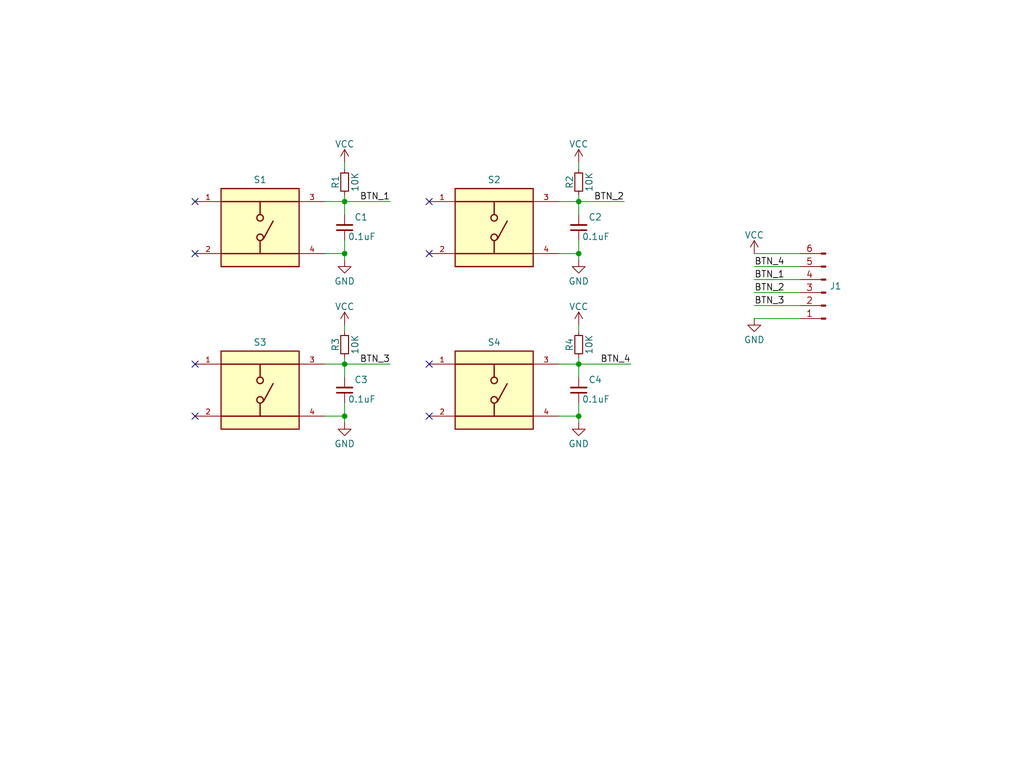
<source format=kicad_sch>
(kicad_sch
	(version 20231120)
	(generator "eeschema")
	(generator_version "8.0")
	(uuid "9178de21-374a-41d0-b4f9-025d575e017a")
	(paper "User" 200 150)
	(lib_symbols
		(symbol "Connector:Conn_01x06_Pin"
			(pin_names
				(offset 1.016) hide)
			(exclude_from_sim no)
			(in_bom yes)
			(on_board yes)
			(property "Reference" "J"
				(at 0 7.62 0)
				(effects
					(font
						(size 1.27 1.27)
					)
				)
			)
			(property "Value" "Conn_01x06_Pin"
				(at 0 -10.16 0)
				(effects
					(font
						(size 1.27 1.27)
					)
				)
			)
			(property "Footprint" ""
				(at 0 0 0)
				(effects
					(font
						(size 1.27 1.27)
					)
					(hide yes)
				)
			)
			(property "Datasheet" "~"
				(at 0 0 0)
				(effects
					(font
						(size 1.27 1.27)
					)
					(hide yes)
				)
			)
			(property "Description" "Generic connector, single row, 01x06, script generated"
				(at 0 0 0)
				(effects
					(font
						(size 1.27 1.27)
					)
					(hide yes)
				)
			)
			(property "ki_locked" ""
				(at 0 0 0)
				(effects
					(font
						(size 1.27 1.27)
					)
				)
			)
			(property "ki_keywords" "connector"
				(at 0 0 0)
				(effects
					(font
						(size 1.27 1.27)
					)
					(hide yes)
				)
			)
			(property "ki_fp_filters" "Connector*:*_1x??_*"
				(at 0 0 0)
				(effects
					(font
						(size 1.27 1.27)
					)
					(hide yes)
				)
			)
			(symbol "Conn_01x06_Pin_1_1"
				(polyline
					(pts
						(xy 1.27 -7.62) (xy 0.8636 -7.62)
					)
					(stroke
						(width 0.1524)
						(type default)
					)
					(fill
						(type none)
					)
				)
				(polyline
					(pts
						(xy 1.27 -5.08) (xy 0.8636 -5.08)
					)
					(stroke
						(width 0.1524)
						(type default)
					)
					(fill
						(type none)
					)
				)
				(polyline
					(pts
						(xy 1.27 -2.54) (xy 0.8636 -2.54)
					)
					(stroke
						(width 0.1524)
						(type default)
					)
					(fill
						(type none)
					)
				)
				(polyline
					(pts
						(xy 1.27 0) (xy 0.8636 0)
					)
					(stroke
						(width 0.1524)
						(type default)
					)
					(fill
						(type none)
					)
				)
				(polyline
					(pts
						(xy 1.27 2.54) (xy 0.8636 2.54)
					)
					(stroke
						(width 0.1524)
						(type default)
					)
					(fill
						(type none)
					)
				)
				(polyline
					(pts
						(xy 1.27 5.08) (xy 0.8636 5.08)
					)
					(stroke
						(width 0.1524)
						(type default)
					)
					(fill
						(type none)
					)
				)
				(rectangle
					(start 0.8636 -7.493)
					(end 0 -7.747)
					(stroke
						(width 0.1524)
						(type default)
					)
					(fill
						(type outline)
					)
				)
				(rectangle
					(start 0.8636 -4.953)
					(end 0 -5.207)
					(stroke
						(width 0.1524)
						(type default)
					)
					(fill
						(type outline)
					)
				)
				(rectangle
					(start 0.8636 -2.413)
					(end 0 -2.667)
					(stroke
						(width 0.1524)
						(type default)
					)
					(fill
						(type outline)
					)
				)
				(rectangle
					(start 0.8636 0.127)
					(end 0 -0.127)
					(stroke
						(width 0.1524)
						(type default)
					)
					(fill
						(type outline)
					)
				)
				(rectangle
					(start 0.8636 2.667)
					(end 0 2.413)
					(stroke
						(width 0.1524)
						(type default)
					)
					(fill
						(type outline)
					)
				)
				(rectangle
					(start 0.8636 5.207)
					(end 0 4.953)
					(stroke
						(width 0.1524)
						(type default)
					)
					(fill
						(type outline)
					)
				)
				(pin passive line
					(at 5.08 5.08 180)
					(length 3.81)
					(name "Pin_1"
						(effects
							(font
								(size 1.27 1.27)
							)
						)
					)
					(number "1"
						(effects
							(font
								(size 1.27 1.27)
							)
						)
					)
				)
				(pin passive line
					(at 5.08 2.54 180)
					(length 3.81)
					(name "Pin_2"
						(effects
							(font
								(size 1.27 1.27)
							)
						)
					)
					(number "2"
						(effects
							(font
								(size 1.27 1.27)
							)
						)
					)
				)
				(pin passive line
					(at 5.08 0 180)
					(length 3.81)
					(name "Pin_3"
						(effects
							(font
								(size 1.27 1.27)
							)
						)
					)
					(number "3"
						(effects
							(font
								(size 1.27 1.27)
							)
						)
					)
				)
				(pin passive line
					(at 5.08 -2.54 180)
					(length 3.81)
					(name "Pin_4"
						(effects
							(font
								(size 1.27 1.27)
							)
						)
					)
					(number "4"
						(effects
							(font
								(size 1.27 1.27)
							)
						)
					)
				)
				(pin passive line
					(at 5.08 -5.08 180)
					(length 3.81)
					(name "Pin_5"
						(effects
							(font
								(size 1.27 1.27)
							)
						)
					)
					(number "5"
						(effects
							(font
								(size 1.27 1.27)
							)
						)
					)
				)
				(pin passive line
					(at 5.08 -7.62 180)
					(length 3.81)
					(name "Pin_6"
						(effects
							(font
								(size 1.27 1.27)
							)
						)
					)
					(number "6"
						(effects
							(font
								(size 1.27 1.27)
							)
						)
					)
				)
			)
		)
		(symbol "Device:C_Small"
			(pin_numbers hide)
			(pin_names
				(offset 0.254) hide)
			(exclude_from_sim no)
			(in_bom yes)
			(on_board yes)
			(property "Reference" "C"
				(at 0.254 1.778 0)
				(effects
					(font
						(size 1.27 1.27)
					)
					(justify left)
				)
			)
			(property "Value" "C_Small"
				(at 0.254 -2.032 0)
				(effects
					(font
						(size 1.27 1.27)
					)
					(justify left)
				)
			)
			(property "Footprint" ""
				(at 0 0 0)
				(effects
					(font
						(size 1.27 1.27)
					)
					(hide yes)
				)
			)
			(property "Datasheet" "~"
				(at 0 0 0)
				(effects
					(font
						(size 1.27 1.27)
					)
					(hide yes)
				)
			)
			(property "Description" "Unpolarized capacitor, small symbol"
				(at 0 0 0)
				(effects
					(font
						(size 1.27 1.27)
					)
					(hide yes)
				)
			)
			(property "ki_keywords" "capacitor cap"
				(at 0 0 0)
				(effects
					(font
						(size 1.27 1.27)
					)
					(hide yes)
				)
			)
			(property "ki_fp_filters" "C_*"
				(at 0 0 0)
				(effects
					(font
						(size 1.27 1.27)
					)
					(hide yes)
				)
			)
			(symbol "C_Small_0_1"
				(polyline
					(pts
						(xy -1.524 -0.508) (xy 1.524 -0.508)
					)
					(stroke
						(width 0.3302)
						(type default)
					)
					(fill
						(type none)
					)
				)
				(polyline
					(pts
						(xy -1.524 0.508) (xy 1.524 0.508)
					)
					(stroke
						(width 0.3048)
						(type default)
					)
					(fill
						(type none)
					)
				)
			)
			(symbol "C_Small_1_1"
				(pin passive line
					(at 0 2.54 270)
					(length 2.032)
					(name "~"
						(effects
							(font
								(size 1.27 1.27)
							)
						)
					)
					(number "1"
						(effects
							(font
								(size 1.27 1.27)
							)
						)
					)
				)
				(pin passive line
					(at 0 -2.54 90)
					(length 2.032)
					(name "~"
						(effects
							(font
								(size 1.27 1.27)
							)
						)
					)
					(number "2"
						(effects
							(font
								(size 1.27 1.27)
							)
						)
					)
				)
			)
		)
		(symbol "Device:R_Small"
			(pin_numbers hide)
			(pin_names
				(offset 0.254) hide)
			(exclude_from_sim no)
			(in_bom yes)
			(on_board yes)
			(property "Reference" "R"
				(at 0.762 0.508 0)
				(effects
					(font
						(size 1.27 1.27)
					)
					(justify left)
				)
			)
			(property "Value" "R_Small"
				(at 0.762 -1.016 0)
				(effects
					(font
						(size 1.27 1.27)
					)
					(justify left)
				)
			)
			(property "Footprint" ""
				(at 0 0 0)
				(effects
					(font
						(size 1.27 1.27)
					)
					(hide yes)
				)
			)
			(property "Datasheet" "~"
				(at 0 0 0)
				(effects
					(font
						(size 1.27 1.27)
					)
					(hide yes)
				)
			)
			(property "Description" "Resistor, small symbol"
				(at 0 0 0)
				(effects
					(font
						(size 1.27 1.27)
					)
					(hide yes)
				)
			)
			(property "ki_keywords" "R resistor"
				(at 0 0 0)
				(effects
					(font
						(size 1.27 1.27)
					)
					(hide yes)
				)
			)
			(property "ki_fp_filters" "R_*"
				(at 0 0 0)
				(effects
					(font
						(size 1.27 1.27)
					)
					(hide yes)
				)
			)
			(symbol "R_Small_0_1"
				(rectangle
					(start -0.762 1.778)
					(end 0.762 -1.778)
					(stroke
						(width 0.2032)
						(type default)
					)
					(fill
						(type none)
					)
				)
			)
			(symbol "R_Small_1_1"
				(pin passive line
					(at 0 2.54 270)
					(length 0.762)
					(name "~"
						(effects
							(font
								(size 1.27 1.27)
							)
						)
					)
					(number "1"
						(effects
							(font
								(size 1.27 1.27)
							)
						)
					)
				)
				(pin passive line
					(at 0 -2.54 90)
					(length 0.762)
					(name "~"
						(effects
							(font
								(size 1.27 1.27)
							)
						)
					)
					(number "2"
						(effects
							(font
								(size 1.27 1.27)
							)
						)
					)
				)
			)
		)
		(symbol "TS04-66-95-BK-100-SMT:TS04-66-95-BK-100-SMT"
			(pin_names
				(offset 1.016)
			)
			(exclude_from_sim no)
			(in_bom yes)
			(on_board yes)
			(property "Reference" "S"
				(at -7.62 8.382 0)
				(effects
					(font
						(size 1.27 1.27)
					)
					(justify left bottom)
				)
			)
			(property "Value" "TS04-66-95-BK-100-SMT"
				(at -7.62 -8.382 0)
				(effects
					(font
						(size 1.27 1.27)
					)
					(justify left top)
				)
			)
			(property "Footprint" "TS04-66-95-BK-100-SMT:SW_TS04-66-95-BK-100-SMT"
				(at 0 0 0)
				(effects
					(font
						(size 1.27 1.27)
					)
					(justify bottom)
					(hide yes)
				)
			)
			(property "Datasheet" ""
				(at 0 0 0)
				(effects
					(font
						(size 1.27 1.27)
					)
					(hide yes)
				)
			)
			(property "Description" ""
				(at 0 0 0)
				(effects
					(font
						(size 1.27 1.27)
					)
					(hide yes)
				)
			)
			(property "MF" "CUI Devices"
				(at 0 0 0)
				(effects
					(font
						(size 1.27 1.27)
					)
					(justify bottom)
					(hide yes)
				)
			)
			(property "Description_1" "6 x 6 mm, 9.5 mm Actuator Height, 100 gf, Black, Surface Mount, SPST, Tactile Switch"
				(at 0 0 0)
				(effects
					(font
						(size 1.27 1.27)
					)
					(justify bottom)
					(hide yes)
				)
			)
			(property "Package" "None"
				(at 0 0 0)
				(effects
					(font
						(size 1.27 1.27)
					)
					(justify bottom)
					(hide yes)
				)
			)
			(property "Price" "None"
				(at 0 0 0)
				(effects
					(font
						(size 1.27 1.27)
					)
					(justify bottom)
					(hide yes)
				)
			)
			(property "Check_prices" "https://www.snapeda.com/parts/TS04-66-95-BK-100-SMT/CUI+Devices/view-part/?ref=eda"
				(at 0 0 0)
				(effects
					(font
						(size 1.27 1.27)
					)
					(justify bottom)
					(hide yes)
				)
			)
			(property "STANDARD" "Manufacturer Recommendations"
				(at 0 0 0)
				(effects
					(font
						(size 1.27 1.27)
					)
					(justify bottom)
					(hide yes)
				)
			)
			(property "PARTREV" "1.0"
				(at 0 0 0)
				(effects
					(font
						(size 1.27 1.27)
					)
					(justify bottom)
					(hide yes)
				)
			)
			(property "SnapEDA_Link" "https://www.snapeda.com/parts/TS04-66-95-BK-100-SMT/CUI+Devices/view-part/?ref=snap"
				(at 0 0 0)
				(effects
					(font
						(size 1.27 1.27)
					)
					(justify bottom)
					(hide yes)
				)
			)
			(property "MP" "TS04-66-95-BK-100-SMT"
				(at 0 0 0)
				(effects
					(font
						(size 1.27 1.27)
					)
					(justify bottom)
					(hide yes)
				)
			)
			(property "CUI_purchase_URL" "https://www.cuidevices.com/product/switches/tactile-switches/ts04-66-95-bk-100-smt?utm_source=snapeda.com&utm_medium=referral&utm_campaign=snapedaBOM"
				(at 0 0 0)
				(effects
					(font
						(size 1.27 1.27)
					)
					(justify bottom)
					(hide yes)
				)
			)
			(property "Availability" "In Stock"
				(at 0 0 0)
				(effects
					(font
						(size 1.27 1.27)
					)
					(justify bottom)
					(hide yes)
				)
			)
			(property "MANUFACTURER" "CUI Devices"
				(at 0 0 0)
				(effects
					(font
						(size 1.27 1.27)
					)
					(justify bottom)
					(hide yes)
				)
			)
			(symbol "TS04-66-95-BK-100-SMT_0_0"
				(rectangle
					(start -7.62 -7.62)
					(end 7.62 7.62)
					(stroke
						(width 0.254)
						(type default)
					)
					(fill
						(type background)
					)
				)
				(circle
					(center 0 -1.905)
					(radius 0.635)
					(stroke
						(width 0.254)
						(type default)
					)
					(fill
						(type none)
					)
				)
				(polyline
					(pts
						(xy 0 -5.08) (xy -7.62 -5.08)
					)
					(stroke
						(width 0.254)
						(type default)
					)
					(fill
						(type none)
					)
				)
				(polyline
					(pts
						(xy 0 -5.08) (xy 7.62 -5.08)
					)
					(stroke
						(width 0.254)
						(type default)
					)
					(fill
						(type none)
					)
				)
				(polyline
					(pts
						(xy 0 -2.54) (xy 0 -5.08)
					)
					(stroke
						(width 0.254)
						(type default)
					)
					(fill
						(type none)
					)
				)
				(polyline
					(pts
						(xy 0 5.08) (xy -7.62 5.08)
					)
					(stroke
						(width 0.254)
						(type default)
					)
					(fill
						(type none)
					)
				)
				(polyline
					(pts
						(xy 0 5.08) (xy 0 2.54)
					)
					(stroke
						(width 0.254)
						(type default)
					)
					(fill
						(type none)
					)
				)
				(polyline
					(pts
						(xy 0 5.08) (xy 7.62 5.08)
					)
					(stroke
						(width 0.254)
						(type default)
					)
					(fill
						(type none)
					)
				)
				(polyline
					(pts
						(xy 0.635 -2.2225) (xy 2.54 1.27)
					)
					(stroke
						(width 0.254)
						(type default)
					)
					(fill
						(type none)
					)
				)
				(circle
					(center 0 1.905)
					(radius 0.635)
					(stroke
						(width 0.254)
						(type default)
					)
					(fill
						(type none)
					)
				)
				(pin passive line
					(at -12.7 5.08 0)
					(length 5.08)
					(name "~"
						(effects
							(font
								(size 1.016 1.016)
							)
						)
					)
					(number "1"
						(effects
							(font
								(size 1.016 1.016)
							)
						)
					)
				)
				(pin passive line
					(at -12.7 -5.08 0)
					(length 5.08)
					(name "~"
						(effects
							(font
								(size 1.016 1.016)
							)
						)
					)
					(number "2"
						(effects
							(font
								(size 1.016 1.016)
							)
						)
					)
				)
				(pin passive line
					(at 12.7 5.08 180)
					(length 5.08)
					(name "~"
						(effects
							(font
								(size 1.016 1.016)
							)
						)
					)
					(number "3"
						(effects
							(font
								(size 1.016 1.016)
							)
						)
					)
				)
				(pin passive line
					(at 12.7 -5.08 180)
					(length 5.08)
					(name "~"
						(effects
							(font
								(size 1.016 1.016)
							)
						)
					)
					(number "4"
						(effects
							(font
								(size 1.016 1.016)
							)
						)
					)
				)
			)
		)
		(symbol "power:GND"
			(power)
			(pin_numbers hide)
			(pin_names
				(offset 0) hide)
			(exclude_from_sim no)
			(in_bom yes)
			(on_board yes)
			(property "Reference" "#PWR"
				(at 0 -6.35 0)
				(effects
					(font
						(size 1.27 1.27)
					)
					(hide yes)
				)
			)
			(property "Value" "GND"
				(at 0 -3.81 0)
				(effects
					(font
						(size 1.27 1.27)
					)
				)
			)
			(property "Footprint" ""
				(at 0 0 0)
				(effects
					(font
						(size 1.27 1.27)
					)
					(hide yes)
				)
			)
			(property "Datasheet" ""
				(at 0 0 0)
				(effects
					(font
						(size 1.27 1.27)
					)
					(hide yes)
				)
			)
			(property "Description" "Power symbol creates a global label with name \"GND\" , ground"
				(at 0 0 0)
				(effects
					(font
						(size 1.27 1.27)
					)
					(hide yes)
				)
			)
			(property "ki_keywords" "global power"
				(at 0 0 0)
				(effects
					(font
						(size 1.27 1.27)
					)
					(hide yes)
				)
			)
			(symbol "GND_0_1"
				(polyline
					(pts
						(xy 0 0) (xy 0 -1.27) (xy 1.27 -1.27) (xy 0 -2.54) (xy -1.27 -1.27) (xy 0 -1.27)
					)
					(stroke
						(width 0)
						(type default)
					)
					(fill
						(type none)
					)
				)
			)
			(symbol "GND_1_1"
				(pin power_in line
					(at 0 0 270)
					(length 0)
					(name "~"
						(effects
							(font
								(size 1.27 1.27)
							)
						)
					)
					(number "1"
						(effects
							(font
								(size 1.27 1.27)
							)
						)
					)
				)
			)
		)
		(symbol "power:VCC"
			(power)
			(pin_names
				(offset 0)
			)
			(exclude_from_sim no)
			(in_bom yes)
			(on_board yes)
			(property "Reference" "#PWR"
				(at 0 -3.81 0)
				(effects
					(font
						(size 1.27 1.27)
					)
					(hide yes)
				)
			)
			(property "Value" "VCC"
				(at 0 3.81 0)
				(effects
					(font
						(size 1.27 1.27)
					)
				)
			)
			(property "Footprint" ""
				(at 0 0 0)
				(effects
					(font
						(size 1.27 1.27)
					)
					(hide yes)
				)
			)
			(property "Datasheet" ""
				(at 0 0 0)
				(effects
					(font
						(size 1.27 1.27)
					)
					(hide yes)
				)
			)
			(property "Description" "Power symbol creates a global label with name \"VCC\""
				(at 0 0 0)
				(effects
					(font
						(size 1.27 1.27)
					)
					(hide yes)
				)
			)
			(property "ki_keywords" "power-flag"
				(at 0 0 0)
				(effects
					(font
						(size 1.27 1.27)
					)
					(hide yes)
				)
			)
			(symbol "VCC_0_1"
				(polyline
					(pts
						(xy -0.762 1.27) (xy 0 2.54)
					)
					(stroke
						(width 0)
						(type default)
					)
					(fill
						(type none)
					)
				)
				(polyline
					(pts
						(xy 0 0) (xy 0 2.54)
					)
					(stroke
						(width 0)
						(type default)
					)
					(fill
						(type none)
					)
				)
				(polyline
					(pts
						(xy 0 2.54) (xy 0.762 1.27)
					)
					(stroke
						(width 0)
						(type default)
					)
					(fill
						(type none)
					)
				)
			)
			(symbol "VCC_1_1"
				(pin power_in line
					(at 0 0 90)
					(length 0) hide
					(name "VCC"
						(effects
							(font
								(size 1.27 1.27)
							)
						)
					)
					(number "1"
						(effects
							(font
								(size 1.27 1.27)
							)
						)
					)
				)
			)
		)
	)
	(junction
		(at 113.03 49.53)
		(diameter 0)
		(color 0 0 0 0)
		(uuid "053b09d0-b518-4a98-b126-9ee442b1952f")
	)
	(junction
		(at 67.31 81.28)
		(diameter 0)
		(color 0 0 0 0)
		(uuid "310490c3-92dd-4d5a-a8f6-453cafdc915d")
	)
	(junction
		(at 113.03 39.37)
		(diameter 0)
		(color 0 0 0 0)
		(uuid "69c5eeca-19bf-431b-8336-30b7d9a7b180")
	)
	(junction
		(at 113.03 71.12)
		(diameter 0)
		(color 0 0 0 0)
		(uuid "97314614-2002-49f9-b660-e9f2872395a7")
	)
	(junction
		(at 67.31 71.12)
		(diameter 0)
		(color 0 0 0 0)
		(uuid "9f380ae0-4f81-48d9-bd0c-61f2864bf41f")
	)
	(junction
		(at 67.31 49.53)
		(diameter 0)
		(color 0 0 0 0)
		(uuid "a91585c2-cc3a-42e8-87dc-b3d0f5db6d43")
	)
	(junction
		(at 67.31 39.37)
		(diameter 0)
		(color 0 0 0 0)
		(uuid "bdec057a-56b5-4617-851b-cc0fcfaf1110")
	)
	(junction
		(at 113.03 81.28)
		(diameter 0)
		(color 0 0 0 0)
		(uuid "f5f06fa3-e1ab-43cc-846a-b579c67cd503")
	)
	(no_connect
		(at 38.1 39.37)
		(uuid "174eafa5-03fa-474e-aa29-e6b468f026ee")
	)
	(no_connect
		(at 38.1 49.53)
		(uuid "697e1067-61ec-4f0a-9467-0af1ad0d839d")
	)
	(no_connect
		(at 83.82 71.12)
		(uuid "8ea9ea00-752c-4f31-8278-819582842977")
	)
	(no_connect
		(at 83.82 81.28)
		(uuid "aea1c620-0cf2-413c-9179-ce9c411b91fc")
	)
	(no_connect
		(at 38.1 81.28)
		(uuid "bfed48fb-d8ee-4cc8-8106-645b6ca0861f")
	)
	(no_connect
		(at 83.82 49.53)
		(uuid "c0099bee-5490-4bb2-acda-566c5eac4dce")
	)
	(no_connect
		(at 38.1 71.12)
		(uuid "ddf3d0d8-e914-4c6d-bca3-7eebb6d622f0")
	)
	(no_connect
		(at 83.82 39.37)
		(uuid "e58f36b6-b73c-4906-af3d-1ea340ff5884")
	)
	(wire
		(pts
			(xy 113.03 81.28) (xy 109.22 81.28)
		)
		(stroke
			(width 0)
			(type default)
		)
		(uuid "096ebc9f-02b3-4dc1-b284-3c02e0ae2dc5")
	)
	(wire
		(pts
			(xy 147.32 49.53) (xy 156.21 49.53)
		)
		(stroke
			(width 0)
			(type default)
		)
		(uuid "296c1baa-aeb0-4e7c-bbf6-66c7dfd0a8dd")
	)
	(wire
		(pts
			(xy 113.03 71.12) (xy 123.19 71.12)
		)
		(stroke
			(width 0)
			(type default)
		)
		(uuid "2b8f521c-28d9-4bcc-a386-5bc3d2f38fe2")
	)
	(wire
		(pts
			(xy 147.32 59.69) (xy 156.21 59.69)
		)
		(stroke
			(width 0)
			(type default)
		)
		(uuid "301455f8-8569-425e-87a8-f84f0ca336cb")
	)
	(wire
		(pts
			(xy 67.31 82.55) (xy 67.31 81.28)
		)
		(stroke
			(width 0)
			(type default)
		)
		(uuid "333d7a63-54cc-4082-b377-e07b70665c6a")
	)
	(wire
		(pts
			(xy 147.32 57.15) (xy 156.21 57.15)
		)
		(stroke
			(width 0)
			(type default)
		)
		(uuid "3c7cce62-578b-4411-ba80-68d9bc9f3b58")
	)
	(wire
		(pts
			(xy 113.03 82.55) (xy 113.03 81.28)
		)
		(stroke
			(width 0)
			(type default)
		)
		(uuid "5a141c1f-b3e2-4809-b071-f0ad67058549")
	)
	(wire
		(pts
			(xy 67.31 38.1) (xy 67.31 39.37)
		)
		(stroke
			(width 0)
			(type default)
		)
		(uuid "638bbcbd-3093-4d9d-a61c-8442e7aeb3fe")
	)
	(wire
		(pts
			(xy 67.31 49.53) (xy 63.5 49.53)
		)
		(stroke
			(width 0)
			(type default)
		)
		(uuid "777ca625-37fb-496a-90f4-f8844d2294ca")
	)
	(wire
		(pts
			(xy 67.31 69.85) (xy 67.31 71.12)
		)
		(stroke
			(width 0)
			(type default)
		)
		(uuid "78ff6790-d375-4fbe-baef-bef2876a4751")
	)
	(wire
		(pts
			(xy 63.5 39.37) (xy 67.31 39.37)
		)
		(stroke
			(width 0)
			(type default)
		)
		(uuid "793148cf-34bc-4116-b4a2-ff27b525c597")
	)
	(wire
		(pts
			(xy 113.03 63.5) (xy 113.03 64.77)
		)
		(stroke
			(width 0)
			(type default)
		)
		(uuid "7b75c124-7ddd-47cb-b471-996ff6d1d6f7")
	)
	(wire
		(pts
			(xy 113.03 49.53) (xy 109.22 49.53)
		)
		(stroke
			(width 0)
			(type default)
		)
		(uuid "7c435112-3480-499b-b0b6-132a3ece82ac")
	)
	(wire
		(pts
			(xy 113.03 39.37) (xy 121.92 39.37)
		)
		(stroke
			(width 0)
			(type default)
		)
		(uuid "8cdb4710-ae81-47e7-8148-b3ae10b39157")
	)
	(wire
		(pts
			(xy 113.03 78.74) (xy 113.03 81.28)
		)
		(stroke
			(width 0)
			(type default)
		)
		(uuid "9b0541dd-9f98-4f4d-86ab-3389dc0e603c")
	)
	(wire
		(pts
			(xy 67.31 50.8) (xy 67.31 49.53)
		)
		(stroke
			(width 0)
			(type default)
		)
		(uuid "a484834b-5da1-4044-9eb4-c5ce78927f6e")
	)
	(wire
		(pts
			(xy 67.31 39.37) (xy 76.2 39.37)
		)
		(stroke
			(width 0)
			(type default)
		)
		(uuid "a5bf65bc-5e87-4668-ad7b-7efe02e4b4d0")
	)
	(wire
		(pts
			(xy 67.31 39.37) (xy 67.31 41.91)
		)
		(stroke
			(width 0)
			(type default)
		)
		(uuid "a632d38c-803a-4069-a40c-49364e3f176a")
	)
	(wire
		(pts
			(xy 113.03 38.1) (xy 113.03 39.37)
		)
		(stroke
			(width 0)
			(type default)
		)
		(uuid "aa7215f0-5e50-4268-9442-023caea9cbcc")
	)
	(wire
		(pts
			(xy 113.03 46.99) (xy 113.03 49.53)
		)
		(stroke
			(width 0)
			(type default)
		)
		(uuid "b5884182-6ec6-4bec-a3f4-b0c1c8b34700")
	)
	(wire
		(pts
			(xy 113.03 39.37) (xy 113.03 41.91)
		)
		(stroke
			(width 0)
			(type default)
		)
		(uuid "ba6e564d-b32e-4a68-9f05-5f9d6feaa115")
	)
	(wire
		(pts
			(xy 147.32 54.61) (xy 156.21 54.61)
		)
		(stroke
			(width 0)
			(type default)
		)
		(uuid "c126be16-ddc8-45fb-983a-1f31e00d9dd0")
	)
	(wire
		(pts
			(xy 113.03 31.75) (xy 113.03 33.02)
		)
		(stroke
			(width 0)
			(type default)
		)
		(uuid "c411e42e-9f28-42e7-94d7-2140c2b11f45")
	)
	(wire
		(pts
			(xy 147.32 62.23) (xy 156.21 62.23)
		)
		(stroke
			(width 0)
			(type default)
		)
		(uuid "ca55dfb4-8e43-4396-9440-ba1d154de60c")
	)
	(wire
		(pts
			(xy 109.22 71.12) (xy 113.03 71.12)
		)
		(stroke
			(width 0)
			(type default)
		)
		(uuid "cb1d8ab5-657f-484d-9d9c-ebd5b0ca8767")
	)
	(wire
		(pts
			(xy 67.31 81.28) (xy 63.5 81.28)
		)
		(stroke
			(width 0)
			(type default)
		)
		(uuid "cc25de0b-eb1d-47fd-bdcc-b4ca80876b8f")
	)
	(wire
		(pts
			(xy 147.32 52.07) (xy 156.21 52.07)
		)
		(stroke
			(width 0)
			(type default)
		)
		(uuid "d1bbbad3-cc11-413b-bb03-0092306b7a3e")
	)
	(wire
		(pts
			(xy 67.31 71.12) (xy 76.2 71.12)
		)
		(stroke
			(width 0)
			(type default)
		)
		(uuid "d387ae5d-cd5e-40dd-9fcf-5286eb5e0705")
	)
	(wire
		(pts
			(xy 63.5 71.12) (xy 67.31 71.12)
		)
		(stroke
			(width 0)
			(type default)
		)
		(uuid "ddc711aa-5069-4847-b305-ac242e0144d1")
	)
	(wire
		(pts
			(xy 113.03 71.12) (xy 113.03 73.66)
		)
		(stroke
			(width 0)
			(type default)
		)
		(uuid "e02d9ed9-83f0-4df6-b2fe-ecc7e6e119f3")
	)
	(wire
		(pts
			(xy 113.03 69.85) (xy 113.03 71.12)
		)
		(stroke
			(width 0)
			(type default)
		)
		(uuid "e552c0d6-0407-46e2-8dd9-e305c8592906")
	)
	(wire
		(pts
			(xy 109.22 39.37) (xy 113.03 39.37)
		)
		(stroke
			(width 0)
			(type default)
		)
		(uuid "e749ae4d-5112-45d6-a129-5a393eb99e84")
	)
	(wire
		(pts
			(xy 67.31 31.75) (xy 67.31 33.02)
		)
		(stroke
			(width 0)
			(type default)
		)
		(uuid "ee6574ca-bb0a-4a37-bb5d-97cbfa6beeb9")
	)
	(wire
		(pts
			(xy 113.03 50.8) (xy 113.03 49.53)
		)
		(stroke
			(width 0)
			(type default)
		)
		(uuid "f1dead09-ea7b-4941-b67b-8b7c7463b19d")
	)
	(wire
		(pts
			(xy 67.31 78.74) (xy 67.31 81.28)
		)
		(stroke
			(width 0)
			(type default)
		)
		(uuid "f52aabf7-a4d9-45c5-9e59-a5bb996fffff")
	)
	(wire
		(pts
			(xy 67.31 46.99) (xy 67.31 49.53)
		)
		(stroke
			(width 0)
			(type default)
		)
		(uuid "f9d5bf33-70b9-453d-8f49-a1b2e9a5908c")
	)
	(wire
		(pts
			(xy 67.31 63.5) (xy 67.31 64.77)
		)
		(stroke
			(width 0)
			(type default)
		)
		(uuid "fdd34889-d3bc-438d-b37a-29952f421a0f")
	)
	(wire
		(pts
			(xy 67.31 71.12) (xy 67.31 73.66)
		)
		(stroke
			(width 0)
			(type default)
		)
		(uuid "ff5f4e12-aa44-4e63-8a41-c4f396a839cf")
	)
	(label "BTN_2"
		(at 121.92 39.37 180)
		(fields_autoplaced yes)
		(effects
			(font
				(size 1.27 1.27)
			)
			(justify right bottom)
		)
		(uuid "13f40917-a9b9-4fa8-bc42-fa57704e4917")
	)
	(label "BTN_1"
		(at 76.2 39.37 180)
		(fields_autoplaced yes)
		(effects
			(font
				(size 1.27 1.27)
			)
			(justify right bottom)
		)
		(uuid "380c8bc0-f08c-4aa0-b049-7f591fa85637")
	)
	(label "BTN_2"
		(at 147.32 57.15 0)
		(fields_autoplaced yes)
		(effects
			(font
				(size 1.27 1.27)
			)
			(justify left bottom)
		)
		(uuid "640df412-8569-4282-aa12-e1641e851691")
	)
	(label "BTN_4"
		(at 123.19 71.12 180)
		(fields_autoplaced yes)
		(effects
			(font
				(size 1.27 1.27)
			)
			(justify right bottom)
		)
		(uuid "942b927c-c07d-461a-87f8-7b353392b4b9")
	)
	(label "BTN_3"
		(at 76.2 71.12 180)
		(fields_autoplaced yes)
		(effects
			(font
				(size 1.27 1.27)
			)
			(justify right bottom)
		)
		(uuid "b019ba37-aea1-4bbb-b35a-98ab9061e77b")
	)
	(label "BTN_4"
		(at 147.32 52.07 0)
		(fields_autoplaced yes)
		(effects
			(font
				(size 1.27 1.27)
			)
			(justify left bottom)
		)
		(uuid "c3a45943-5a38-4512-9791-6529c137796f")
	)
	(label "BTN_1"
		(at 147.32 54.61 0)
		(fields_autoplaced yes)
		(effects
			(font
				(size 1.27 1.27)
			)
			(justify left bottom)
		)
		(uuid "ca87d61c-1096-453b-ba9b-fdda0326b2a7")
	)
	(label "BTN_3"
		(at 147.32 59.69 0)
		(fields_autoplaced yes)
		(effects
			(font
				(size 1.27 1.27)
			)
			(justify left bottom)
		)
		(uuid "e1e19390-b069-4d6c-8d31-df2556f60cb0")
	)
	(symbol
		(lib_id "Device:R_Small")
		(at 67.31 67.31 180)
		(unit 1)
		(exclude_from_sim no)
		(in_bom yes)
		(on_board yes)
		(dnp no)
		(uuid "04d71455-d06c-4a4e-9738-a9f469869fd5")
		(property "Reference" "R3"
			(at 65.532 67.31 90)
			(effects
				(font
					(size 1.27 1.27)
				)
			)
		)
		(property "Value" "10K"
			(at 69.342 67.31 90)
			(effects
				(font
					(size 1.27 1.27)
				)
			)
		)
		(property "Footprint" "Resistor_SMD:R_0402_1005Metric_Pad0.72x0.64mm_HandSolder"
			(at 67.31 67.31 0)
			(effects
				(font
					(size 1.27 1.27)
				)
				(hide yes)
			)
		)
		(property "Datasheet" "~"
			(at 67.31 67.31 0)
			(effects
				(font
					(size 1.27 1.27)
				)
				(hide yes)
			)
		)
		(property "Description" ""
			(at 67.31 67.31 0)
			(effects
				(font
					(size 1.27 1.27)
				)
				(hide yes)
			)
		)
		(pin "1"
			(uuid "bdae8f23-5b36-4f2e-ad5c-fbea0bfd6ca4")
		)
		(pin "2"
			(uuid "b42b7f9a-61d1-4e65-81d1-8c0acd2feaf0")
		)
		(instances
			(project "btn"
				(path "/9178de21-374a-41d0-b4f9-025d575e017a"
					(reference "R3")
					(unit 1)
				)
			)
		)
	)
	(symbol
		(lib_id "Device:C_Small")
		(at 113.03 76.2 180)
		(unit 1)
		(exclude_from_sim no)
		(in_bom yes)
		(on_board yes)
		(dnp no)
		(uuid "08aaf556-0464-4f75-8226-caecac93a5cf")
		(property "Reference" "C4"
			(at 117.602 74.168 0)
			(effects
				(font
					(size 1.27 1.27)
				)
				(justify left)
			)
		)
		(property "Value" "0.1uF"
			(at 119.126 77.978 0)
			(effects
				(font
					(size 1.27 1.27)
				)
				(justify left)
			)
		)
		(property "Footprint" "Capacitor_SMD:C_0402_1005Metric_Pad0.74x0.62mm_HandSolder"
			(at 113.03 76.2 0)
			(effects
				(font
					(size 1.27 1.27)
				)
				(hide yes)
			)
		)
		(property "Datasheet" "~"
			(at 113.03 76.2 0)
			(effects
				(font
					(size 1.27 1.27)
				)
				(hide yes)
			)
		)
		(property "Description" ""
			(at 113.03 76.2 0)
			(effects
				(font
					(size 1.27 1.27)
				)
				(hide yes)
			)
		)
		(pin "1"
			(uuid "72cd03e4-5cd9-46b0-b114-dd992be8d4e9")
		)
		(pin "2"
			(uuid "2358ab17-0e46-4f7e-ae01-ece64d75a826")
		)
		(instances
			(project "btn"
				(path "/9178de21-374a-41d0-b4f9-025d575e017a"
					(reference "C4")
					(unit 1)
				)
			)
		)
	)
	(symbol
		(lib_id "Device:R_Small")
		(at 113.03 35.56 180)
		(unit 1)
		(exclude_from_sim no)
		(in_bom yes)
		(on_board yes)
		(dnp no)
		(uuid "0a57023f-e099-4b8d-8f0c-2bc556f557cb")
		(property "Reference" "R2"
			(at 111.252 35.56 90)
			(effects
				(font
					(size 1.27 1.27)
				)
			)
		)
		(property "Value" "10K"
			(at 115.062 35.56 90)
			(effects
				(font
					(size 1.27 1.27)
				)
			)
		)
		(property "Footprint" "Resistor_SMD:R_0402_1005Metric_Pad0.72x0.64mm_HandSolder"
			(at 113.03 35.56 0)
			(effects
				(font
					(size 1.27 1.27)
				)
				(hide yes)
			)
		)
		(property "Datasheet" "~"
			(at 113.03 35.56 0)
			(effects
				(font
					(size 1.27 1.27)
				)
				(hide yes)
			)
		)
		(property "Description" ""
			(at 113.03 35.56 0)
			(effects
				(font
					(size 1.27 1.27)
				)
				(hide yes)
			)
		)
		(pin "1"
			(uuid "30d3aca2-f006-4be3-b85e-68e8524adbc8")
		)
		(pin "2"
			(uuid "0c5f15b7-a2d9-4077-a7c5-498c663a7f6c")
		)
		(instances
			(project "btn"
				(path "/9178de21-374a-41d0-b4f9-025d575e017a"
					(reference "R2")
					(unit 1)
				)
			)
		)
	)
	(symbol
		(lib_id "TS04-66-95-BK-100-SMT:TS04-66-95-BK-100-SMT")
		(at 96.52 76.2 0)
		(unit 1)
		(exclude_from_sim no)
		(in_bom yes)
		(on_board yes)
		(dnp no)
		(fields_autoplaced yes)
		(uuid "0e31b968-9c75-40a5-9d53-ab6aa5506225")
		(property "Reference" "S4"
			(at 96.52 66.8599 0)
			(effects
				(font
					(size 1.27 1.27)
				)
			)
		)
		(property "Value" "TS04-66-95-BK-100-SMT"
			(at 96.52 66.8598 0)
			(effects
				(font
					(size 1.27 1.27)
				)
				(hide yes)
			)
		)
		(property "Footprint" "Mylib:SW_TS04-66-95-BK-100-SMT"
			(at 96.52 76.2 0)
			(effects
				(font
					(size 1.27 1.27)
				)
				(justify bottom)
				(hide yes)
			)
		)
		(property "Datasheet" ""
			(at 96.52 76.2 0)
			(effects
				(font
					(size 1.27 1.27)
				)
				(hide yes)
			)
		)
		(property "Description" ""
			(at 96.52 76.2 0)
			(effects
				(font
					(size 1.27 1.27)
				)
				(hide yes)
			)
		)
		(property "MF" "CUI Devices"
			(at 96.52 76.2 0)
			(effects
				(font
					(size 1.27 1.27)
				)
				(justify bottom)
				(hide yes)
			)
		)
		(property "Description_1" "6 x 6 mm, 9.5 mm Actuator Height, 100 gf, Black, Surface Mount, SPST, Tactile Switch"
			(at 96.52 76.2 0)
			(effects
				(font
					(size 1.27 1.27)
				)
				(justify bottom)
				(hide yes)
			)
		)
		(property "Package" "None"
			(at 96.52 76.2 0)
			(effects
				(font
					(size 1.27 1.27)
				)
				(justify bottom)
				(hide yes)
			)
		)
		(property "Price" "None"
			(at 96.52 76.2 0)
			(effects
				(font
					(size 1.27 1.27)
				)
				(justify bottom)
				(hide yes)
			)
		)
		(property "Check_prices" "https://www.snapeda.com/parts/TS04-66-95-BK-100-SMT/CUI+Devices/view-part/?ref=eda"
			(at 96.52 76.2 0)
			(effects
				(font
					(size 1.27 1.27)
				)
				(justify bottom)
				(hide yes)
			)
		)
		(property "STANDARD" "Manufacturer Recommendations"
			(at 96.52 76.2 0)
			(effects
				(font
					(size 1.27 1.27)
				)
				(justify bottom)
				(hide yes)
			)
		)
		(property "PARTREV" "1.0"
			(at 96.52 76.2 0)
			(effects
				(font
					(size 1.27 1.27)
				)
				(justify bottom)
				(hide yes)
			)
		)
		(property "SnapEDA_Link" "https://www.snapeda.com/parts/TS04-66-95-BK-100-SMT/CUI+Devices/view-part/?ref=snap"
			(at 96.52 76.2 0)
			(effects
				(font
					(size 1.27 1.27)
				)
				(justify bottom)
				(hide yes)
			)
		)
		(property "MP" "TS04-66-95-BK-100-SMT"
			(at 96.52 76.2 0)
			(effects
				(font
					(size 1.27 1.27)
				)
				(justify bottom)
				(hide yes)
			)
		)
		(property "CUI_purchase_URL" "https://www.cuidevices.com/product/switches/tactile-switches/ts04-66-95-bk-100-smt?utm_source=snapeda.com&utm_medium=referral&utm_campaign=snapedaBOM"
			(at 96.52 76.2 0)
			(effects
				(font
					(size 1.27 1.27)
				)
				(justify bottom)
				(hide yes)
			)
		)
		(property "Availability" "In Stock"
			(at 96.52 76.2 0)
			(effects
				(font
					(size 1.27 1.27)
				)
				(justify bottom)
				(hide yes)
			)
		)
		(property "MANUFACTURER" "CUI Devices"
			(at 96.52 76.2 0)
			(effects
				(font
					(size 1.27 1.27)
				)
				(justify bottom)
				(hide yes)
			)
		)
		(pin "2"
			(uuid "0e803ff3-c570-4283-8c70-9cd79b125411")
		)
		(pin "1"
			(uuid "a33d2842-2f9c-4628-8e45-ae7a88d44b91")
		)
		(pin "3"
			(uuid "bcfe01f4-c6a0-4063-820b-e0bd791de7a0")
		)
		(pin "4"
			(uuid "73b35986-1ac4-4827-b7af-810e9fbc463b")
		)
		(instances
			(project "btn"
				(path "/9178de21-374a-41d0-b4f9-025d575e017a"
					(reference "S4")
					(unit 1)
				)
			)
		)
	)
	(symbol
		(lib_id "TS04-66-95-BK-100-SMT:TS04-66-95-BK-100-SMT")
		(at 96.52 44.45 0)
		(unit 1)
		(exclude_from_sim no)
		(in_bom yes)
		(on_board yes)
		(dnp no)
		(fields_autoplaced yes)
		(uuid "111d89e3-f1e6-48f8-b027-cb92131c9013")
		(property "Reference" "S2"
			(at 96.52 35.1099 0)
			(effects
				(font
					(size 1.27 1.27)
				)
			)
		)
		(property "Value" "TS04-66-95-BK-100-SMT"
			(at 96.52 35.1098 0)
			(effects
				(font
					(size 1.27 1.27)
				)
				(hide yes)
			)
		)
		(property "Footprint" "Mylib:SW_TS04-66-95-BK-100-SMT"
			(at 96.52 44.45 0)
			(effects
				(font
					(size 1.27 1.27)
				)
				(justify bottom)
				(hide yes)
			)
		)
		(property "Datasheet" ""
			(at 96.52 44.45 0)
			(effects
				(font
					(size 1.27 1.27)
				)
				(hide yes)
			)
		)
		(property "Description" ""
			(at 96.52 44.45 0)
			(effects
				(font
					(size 1.27 1.27)
				)
				(hide yes)
			)
		)
		(property "MF" "CUI Devices"
			(at 96.52 44.45 0)
			(effects
				(font
					(size 1.27 1.27)
				)
				(justify bottom)
				(hide yes)
			)
		)
		(property "Description_1" "6 x 6 mm, 9.5 mm Actuator Height, 100 gf, Black, Surface Mount, SPST, Tactile Switch"
			(at 96.52 44.45 0)
			(effects
				(font
					(size 1.27 1.27)
				)
				(justify bottom)
				(hide yes)
			)
		)
		(property "Package" "None"
			(at 96.52 44.45 0)
			(effects
				(font
					(size 1.27 1.27)
				)
				(justify bottom)
				(hide yes)
			)
		)
		(property "Price" "None"
			(at 96.52 44.45 0)
			(effects
				(font
					(size 1.27 1.27)
				)
				(justify bottom)
				(hide yes)
			)
		)
		(property "Check_prices" "https://www.snapeda.com/parts/TS04-66-95-BK-100-SMT/CUI+Devices/view-part/?ref=eda"
			(at 96.52 44.45 0)
			(effects
				(font
					(size 1.27 1.27)
				)
				(justify bottom)
				(hide yes)
			)
		)
		(property "STANDARD" "Manufacturer Recommendations"
			(at 96.52 44.45 0)
			(effects
				(font
					(size 1.27 1.27)
				)
				(justify bottom)
				(hide yes)
			)
		)
		(property "PARTREV" "1.0"
			(at 96.52 44.45 0)
			(effects
				(font
					(size 1.27 1.27)
				)
				(justify bottom)
				(hide yes)
			)
		)
		(property "SnapEDA_Link" "https://www.snapeda.com/parts/TS04-66-95-BK-100-SMT/CUI+Devices/view-part/?ref=snap"
			(at 96.52 44.45 0)
			(effects
				(font
					(size 1.27 1.27)
				)
				(justify bottom)
				(hide yes)
			)
		)
		(property "MP" "TS04-66-95-BK-100-SMT"
			(at 96.52 44.45 0)
			(effects
				(font
					(size 1.27 1.27)
				)
				(justify bottom)
				(hide yes)
			)
		)
		(property "CUI_purchase_URL" "https://www.cuidevices.com/product/switches/tactile-switches/ts04-66-95-bk-100-smt?utm_source=snapeda.com&utm_medium=referral&utm_campaign=snapedaBOM"
			(at 96.52 44.45 0)
			(effects
				(font
					(size 1.27 1.27)
				)
				(justify bottom)
				(hide yes)
			)
		)
		(property "Availability" "In Stock"
			(at 96.52 44.45 0)
			(effects
				(font
					(size 1.27 1.27)
				)
				(justify bottom)
				(hide yes)
			)
		)
		(property "MANUFACTURER" "CUI Devices"
			(at 96.52 44.45 0)
			(effects
				(font
					(size 1.27 1.27)
				)
				(justify bottom)
				(hide yes)
			)
		)
		(pin "2"
			(uuid "ebbf697a-742f-4cb2-82f5-3aae80e74f2e")
		)
		(pin "1"
			(uuid "8bf2a1e8-57dd-4381-8da3-d15e96464782")
		)
		(pin "3"
			(uuid "a0a17c39-2cbd-4dc3-a6b9-ce8612848a76")
		)
		(pin "4"
			(uuid "b7802cf8-af01-4562-a7ef-ebe68f66b9f4")
		)
		(instances
			(project "btn"
				(path "/9178de21-374a-41d0-b4f9-025d575e017a"
					(reference "S2")
					(unit 1)
				)
			)
		)
	)
	(symbol
		(lib_id "Device:R_Small")
		(at 67.31 35.56 180)
		(unit 1)
		(exclude_from_sim no)
		(in_bom yes)
		(on_board yes)
		(dnp no)
		(uuid "1230e21d-246f-4fcc-887c-640651801443")
		(property "Reference" "R1"
			(at 65.532 35.56 90)
			(effects
				(font
					(size 1.27 1.27)
				)
			)
		)
		(property "Value" "10K"
			(at 69.342 35.56 90)
			(effects
				(font
					(size 1.27 1.27)
				)
			)
		)
		(property "Footprint" "Resistor_SMD:R_0402_1005Metric_Pad0.72x0.64mm_HandSolder"
			(at 67.31 35.56 0)
			(effects
				(font
					(size 1.27 1.27)
				)
				(hide yes)
			)
		)
		(property "Datasheet" "~"
			(at 67.31 35.56 0)
			(effects
				(font
					(size 1.27 1.27)
				)
				(hide yes)
			)
		)
		(property "Description" ""
			(at 67.31 35.56 0)
			(effects
				(font
					(size 1.27 1.27)
				)
				(hide yes)
			)
		)
		(pin "1"
			(uuid "08c8b802-0aba-40e4-aae5-17860aec61d8")
		)
		(pin "2"
			(uuid "5edef07c-c36a-4087-8d3d-c956d2cb4b0b")
		)
		(instances
			(project "btn"
				(path "/9178de21-374a-41d0-b4f9-025d575e017a"
					(reference "R1")
					(unit 1)
				)
			)
		)
	)
	(symbol
		(lib_id "power:GND")
		(at 147.32 62.23 0)
		(unit 1)
		(exclude_from_sim no)
		(in_bom yes)
		(on_board yes)
		(dnp no)
		(fields_autoplaced yes)
		(uuid "3082d559-ea14-43c0-a779-0f1332e16eef")
		(property "Reference" "#PWR09"
			(at 147.32 68.58 0)
			(effects
				(font
					(size 1.27 1.27)
				)
				(hide yes)
			)
		)
		(property "Value" "GND"
			(at 147.32 66.3631 0)
			(effects
				(font
					(size 1.27 1.27)
				)
			)
		)
		(property "Footprint" ""
			(at 147.32 62.23 0)
			(effects
				(font
					(size 1.27 1.27)
				)
				(hide yes)
			)
		)
		(property "Datasheet" ""
			(at 147.32 62.23 0)
			(effects
				(font
					(size 1.27 1.27)
				)
				(hide yes)
			)
		)
		(property "Description" "Power symbol creates a global label with name \"GND\" , ground"
			(at 147.32 62.23 0)
			(effects
				(font
					(size 1.27 1.27)
				)
				(hide yes)
			)
		)
		(pin "1"
			(uuid "4d05ef60-b51a-49f2-8f8a-2eee8abfb3bb")
		)
		(instances
			(project "btn"
				(path "/9178de21-374a-41d0-b4f9-025d575e017a"
					(reference "#PWR09")
					(unit 1)
				)
			)
		)
	)
	(symbol
		(lib_id "power:GND")
		(at 67.31 50.8 0)
		(unit 1)
		(exclude_from_sim no)
		(in_bom yes)
		(on_board yes)
		(dnp no)
		(fields_autoplaced yes)
		(uuid "3d832f71-a4f8-48c3-8469-ccbc3bbb4332")
		(property "Reference" "#PWR01"
			(at 67.31 57.15 0)
			(effects
				(font
					(size 1.27 1.27)
				)
				(hide yes)
			)
		)
		(property "Value" "GND"
			(at 67.31 54.9331 0)
			(effects
				(font
					(size 1.27 1.27)
				)
			)
		)
		(property "Footprint" ""
			(at 67.31 50.8 0)
			(effects
				(font
					(size 1.27 1.27)
				)
				(hide yes)
			)
		)
		(property "Datasheet" ""
			(at 67.31 50.8 0)
			(effects
				(font
					(size 1.27 1.27)
				)
				(hide yes)
			)
		)
		(property "Description" "Power symbol creates a global label with name \"GND\" , ground"
			(at 67.31 50.8 0)
			(effects
				(font
					(size 1.27 1.27)
				)
				(hide yes)
			)
		)
		(pin "1"
			(uuid "fafbd8f6-fe94-4e27-b7a4-83a3a0cf13e2")
		)
		(instances
			(project "btn"
				(path "/9178de21-374a-41d0-b4f9-025d575e017a"
					(reference "#PWR01")
					(unit 1)
				)
			)
		)
	)
	(symbol
		(lib_id "Device:R_Small")
		(at 113.03 67.31 180)
		(unit 1)
		(exclude_from_sim no)
		(in_bom yes)
		(on_board yes)
		(dnp no)
		(uuid "4384cff1-fac1-4194-9c76-488f85e3767a")
		(property "Reference" "R4"
			(at 111.252 67.31 90)
			(effects
				(font
					(size 1.27 1.27)
				)
			)
		)
		(property "Value" "10K"
			(at 115.062 67.31 90)
			(effects
				(font
					(size 1.27 1.27)
				)
			)
		)
		(property "Footprint" "Resistor_SMD:R_0402_1005Metric_Pad0.72x0.64mm_HandSolder"
			(at 113.03 67.31 0)
			(effects
				(font
					(size 1.27 1.27)
				)
				(hide yes)
			)
		)
		(property "Datasheet" "~"
			(at 113.03 67.31 0)
			(effects
				(font
					(size 1.27 1.27)
				)
				(hide yes)
			)
		)
		(property "Description" ""
			(at 113.03 67.31 0)
			(effects
				(font
					(size 1.27 1.27)
				)
				(hide yes)
			)
		)
		(pin "1"
			(uuid "2fee5eb7-0d7a-4302-b85b-b6574627f848")
		)
		(pin "2"
			(uuid "df58c317-8e7e-49d1-9209-d783639d385c")
		)
		(instances
			(project "btn"
				(path "/9178de21-374a-41d0-b4f9-025d575e017a"
					(reference "R4")
					(unit 1)
				)
			)
		)
	)
	(symbol
		(lib_id "Device:C_Small")
		(at 67.31 76.2 180)
		(unit 1)
		(exclude_from_sim no)
		(in_bom yes)
		(on_board yes)
		(dnp no)
		(uuid "46cddf11-7575-4d41-9e06-13d6ee1966c3")
		(property "Reference" "C3"
			(at 71.882 74.168 0)
			(effects
				(font
					(size 1.27 1.27)
				)
				(justify left)
			)
		)
		(property "Value" "0.1uF"
			(at 73.406 77.978 0)
			(effects
				(font
					(size 1.27 1.27)
				)
				(justify left)
			)
		)
		(property "Footprint" "Capacitor_SMD:C_0402_1005Metric_Pad0.74x0.62mm_HandSolder"
			(at 67.31 76.2 0)
			(effects
				(font
					(size 1.27 1.27)
				)
				(hide yes)
			)
		)
		(property "Datasheet" "~"
			(at 67.31 76.2 0)
			(effects
				(font
					(size 1.27 1.27)
				)
				(hide yes)
			)
		)
		(property "Description" ""
			(at 67.31 76.2 0)
			(effects
				(font
					(size 1.27 1.27)
				)
				(hide yes)
			)
		)
		(pin "1"
			(uuid "af3b68fe-3c08-47b6-b94a-a2b4ee6a2927")
		)
		(pin "2"
			(uuid "adc34844-b26f-4925-ae47-a9953c243175")
		)
		(instances
			(project "btn"
				(path "/9178de21-374a-41d0-b4f9-025d575e017a"
					(reference "C3")
					(unit 1)
				)
			)
		)
	)
	(symbol
		(lib_id "power:VCC")
		(at 113.03 31.75 0)
		(unit 1)
		(exclude_from_sim no)
		(in_bom yes)
		(on_board yes)
		(dnp no)
		(fields_autoplaced yes)
		(uuid "5ab09330-533a-4b83-a36f-5914b8ea97d3")
		(property "Reference" "#PWR02"
			(at 113.03 35.56 0)
			(effects
				(font
					(size 1.27 1.27)
				)
				(hide yes)
			)
		)
		(property "Value" "VCC"
			(at 113.03 28.1455 0)
			(effects
				(font
					(size 1.27 1.27)
				)
			)
		)
		(property "Footprint" ""
			(at 113.03 31.75 0)
			(effects
				(font
					(size 1.27 1.27)
				)
				(hide yes)
			)
		)
		(property "Datasheet" ""
			(at 113.03 31.75 0)
			(effects
				(font
					(size 1.27 1.27)
				)
				(hide yes)
			)
		)
		(property "Description" ""
			(at 113.03 31.75 0)
			(effects
				(font
					(size 1.27 1.27)
				)
				(hide yes)
			)
		)
		(pin "1"
			(uuid "d9afb421-398e-4c86-89ca-aa03257dfbad")
		)
		(instances
			(project "btn"
				(path "/9178de21-374a-41d0-b4f9-025d575e017a"
					(reference "#PWR02")
					(unit 1)
				)
			)
		)
	)
	(symbol
		(lib_id "Device:C_Small")
		(at 67.31 44.45 180)
		(unit 1)
		(exclude_from_sim no)
		(in_bom yes)
		(on_board yes)
		(dnp no)
		(uuid "5b12f17c-b346-43ac-ac4f-e856995275b2")
		(property "Reference" "C1"
			(at 71.882 42.418 0)
			(effects
				(font
					(size 1.27 1.27)
				)
				(justify left)
			)
		)
		(property "Value" "0.1uF"
			(at 73.406 46.228 0)
			(effects
				(font
					(size 1.27 1.27)
				)
				(justify left)
			)
		)
		(property "Footprint" "Capacitor_SMD:C_0402_1005Metric_Pad0.74x0.62mm_HandSolder"
			(at 67.31 44.45 0)
			(effects
				(font
					(size 1.27 1.27)
				)
				(hide yes)
			)
		)
		(property "Datasheet" "~"
			(at 67.31 44.45 0)
			(effects
				(font
					(size 1.27 1.27)
				)
				(hide yes)
			)
		)
		(property "Description" ""
			(at 67.31 44.45 0)
			(effects
				(font
					(size 1.27 1.27)
				)
				(hide yes)
			)
		)
		(pin "1"
			(uuid "699e2ef0-747a-4501-baff-800de4088a8e")
		)
		(pin "2"
			(uuid "7608b5e8-a75a-4fc8-b483-16a4e84c3df0")
		)
		(instances
			(project "btn"
				(path "/9178de21-374a-41d0-b4f9-025d575e017a"
					(reference "C1")
					(unit 1)
				)
			)
		)
	)
	(symbol
		(lib_id "Device:C_Small")
		(at 113.03 44.45 180)
		(unit 1)
		(exclude_from_sim no)
		(in_bom yes)
		(on_board yes)
		(dnp no)
		(uuid "8d7c6314-d258-4537-b8c3-563362c8497e")
		(property "Reference" "C2"
			(at 117.602 42.418 0)
			(effects
				(font
					(size 1.27 1.27)
				)
				(justify left)
			)
		)
		(property "Value" "0.1uF"
			(at 119.126 46.228 0)
			(effects
				(font
					(size 1.27 1.27)
				)
				(justify left)
			)
		)
		(property "Footprint" "Capacitor_SMD:C_0402_1005Metric_Pad0.74x0.62mm_HandSolder"
			(at 113.03 44.45 0)
			(effects
				(font
					(size 1.27 1.27)
				)
				(hide yes)
			)
		)
		(property "Datasheet" "~"
			(at 113.03 44.45 0)
			(effects
				(font
					(size 1.27 1.27)
				)
				(hide yes)
			)
		)
		(property "Description" ""
			(at 113.03 44.45 0)
			(effects
				(font
					(size 1.27 1.27)
				)
				(hide yes)
			)
		)
		(pin "1"
			(uuid "7532cdb1-0e25-48ee-a7e9-565c3ac80dba")
		)
		(pin "2"
			(uuid "90b0982e-41e2-43d9-bfb5-1eb50f2f39cc")
		)
		(instances
			(project "btn"
				(path "/9178de21-374a-41d0-b4f9-025d575e017a"
					(reference "C2")
					(unit 1)
				)
			)
		)
	)
	(symbol
		(lib_id "TS04-66-95-BK-100-SMT:TS04-66-95-BK-100-SMT")
		(at 50.8 76.2 0)
		(unit 1)
		(exclude_from_sim no)
		(in_bom yes)
		(on_board yes)
		(dnp no)
		(fields_autoplaced yes)
		(uuid "96735275-24c2-494c-8fae-e6bd152b61f3")
		(property "Reference" "S3"
			(at 50.8 66.8599 0)
			(effects
				(font
					(size 1.27 1.27)
				)
			)
		)
		(property "Value" "TS04-66-95-BK-100-SMT"
			(at 50.8 66.8598 0)
			(effects
				(font
					(size 1.27 1.27)
				)
				(hide yes)
			)
		)
		(property "Footprint" "Mylib:SW_TS04-66-95-BK-100-SMT"
			(at 50.8 76.2 0)
			(effects
				(font
					(size 1.27 1.27)
				)
				(justify bottom)
				(hide yes)
			)
		)
		(property "Datasheet" ""
			(at 50.8 76.2 0)
			(effects
				(font
					(size 1.27 1.27)
				)
				(hide yes)
			)
		)
		(property "Description" ""
			(at 50.8 76.2 0)
			(effects
				(font
					(size 1.27 1.27)
				)
				(hide yes)
			)
		)
		(property "MF" "CUI Devices"
			(at 50.8 76.2 0)
			(effects
				(font
					(size 1.27 1.27)
				)
				(justify bottom)
				(hide yes)
			)
		)
		(property "Description_1" "6 x 6 mm, 9.5 mm Actuator Height, 100 gf, Black, Surface Mount, SPST, Tactile Switch"
			(at 50.8 76.2 0)
			(effects
				(font
					(size 1.27 1.27)
				)
				(justify bottom)
				(hide yes)
			)
		)
		(property "Package" "None"
			(at 50.8 76.2 0)
			(effects
				(font
					(size 1.27 1.27)
				)
				(justify bottom)
				(hide yes)
			)
		)
		(property "Price" "None"
			(at 50.8 76.2 0)
			(effects
				(font
					(size 1.27 1.27)
				)
				(justify bottom)
				(hide yes)
			)
		)
		(property "Check_prices" "https://www.snapeda.com/parts/TS04-66-95-BK-100-SMT/CUI+Devices/view-part/?ref=eda"
			(at 50.8 76.2 0)
			(effects
				(font
					(size 1.27 1.27)
				)
				(justify bottom)
				(hide yes)
			)
		)
		(property "STANDARD" "Manufacturer Recommendations"
			(at 50.8 76.2 0)
			(effects
				(font
					(size 1.27 1.27)
				)
				(justify bottom)
				(hide yes)
			)
		)
		(property "PARTREV" "1.0"
			(at 50.8 76.2 0)
			(effects
				(font
					(size 1.27 1.27)
				)
				(justify bottom)
				(hide yes)
			)
		)
		(property "SnapEDA_Link" "https://www.snapeda.com/parts/TS04-66-95-BK-100-SMT/CUI+Devices/view-part/?ref=snap"
			(at 50.8 76.2 0)
			(effects
				(font
					(size 1.27 1.27)
				)
				(justify bottom)
				(hide yes)
			)
		)
		(property "MP" "TS04-66-95-BK-100-SMT"
			(at 50.8 76.2 0)
			(effects
				(font
					(size 1.27 1.27)
				)
				(justify bottom)
				(hide yes)
			)
		)
		(property "CUI_purchase_URL" "https://www.cuidevices.com/product/switches/tactile-switches/ts04-66-95-bk-100-smt?utm_source=snapeda.com&utm_medium=referral&utm_campaign=snapedaBOM"
			(at 50.8 76.2 0)
			(effects
				(font
					(size 1.27 1.27)
				)
				(justify bottom)
				(hide yes)
			)
		)
		(property "Availability" "In Stock"
			(at 50.8 76.2 0)
			(effects
				(font
					(size 1.27 1.27)
				)
				(justify bottom)
				(hide yes)
			)
		)
		(property "MANUFACTURER" "CUI Devices"
			(at 50.8 76.2 0)
			(effects
				(font
					(size 1.27 1.27)
				)
				(justify bottom)
				(hide yes)
			)
		)
		(pin "2"
			(uuid "049fc465-c724-4928-a358-8317686598ff")
		)
		(pin "1"
			(uuid "bb2f667f-db54-4028-b0a6-4677d586730b")
		)
		(pin "3"
			(uuid "3364e7f1-7cf7-45db-8559-1adbeb985460")
		)
		(pin "4"
			(uuid "ebacf53c-a569-4803-bb49-a91aa1c5b859")
		)
		(instances
			(project "btn"
				(path "/9178de21-374a-41d0-b4f9-025d575e017a"
					(reference "S3")
					(unit 1)
				)
			)
		)
	)
	(symbol
		(lib_id "power:GND")
		(at 67.31 82.55 0)
		(unit 1)
		(exclude_from_sim no)
		(in_bom yes)
		(on_board yes)
		(dnp no)
		(fields_autoplaced yes)
		(uuid "a52c0169-6195-4583-947d-9c529a6edac4")
		(property "Reference" "#PWR06"
			(at 67.31 88.9 0)
			(effects
				(font
					(size 1.27 1.27)
				)
				(hide yes)
			)
		)
		(property "Value" "GND"
			(at 67.31 86.6831 0)
			(effects
				(font
					(size 1.27 1.27)
				)
			)
		)
		(property "Footprint" ""
			(at 67.31 82.55 0)
			(effects
				(font
					(size 1.27 1.27)
				)
				(hide yes)
			)
		)
		(property "Datasheet" ""
			(at 67.31 82.55 0)
			(effects
				(font
					(size 1.27 1.27)
				)
				(hide yes)
			)
		)
		(property "Description" "Power symbol creates a global label with name \"GND\" , ground"
			(at 67.31 82.55 0)
			(effects
				(font
					(size 1.27 1.27)
				)
				(hide yes)
			)
		)
		(pin "1"
			(uuid "cf0706da-c761-41b9-bd2e-0aaf46aa7b0c")
		)
		(instances
			(project "btn"
				(path "/9178de21-374a-41d0-b4f9-025d575e017a"
					(reference "#PWR06")
					(unit 1)
				)
			)
		)
	)
	(symbol
		(lib_id "power:GND")
		(at 113.03 82.55 0)
		(unit 1)
		(exclude_from_sim no)
		(in_bom yes)
		(on_board yes)
		(dnp no)
		(fields_autoplaced yes)
		(uuid "af64bac9-7883-4114-a984-d660e3841842")
		(property "Reference" "#PWR08"
			(at 113.03 88.9 0)
			(effects
				(font
					(size 1.27 1.27)
				)
				(hide yes)
			)
		)
		(property "Value" "GND"
			(at 113.03 86.6831 0)
			(effects
				(font
					(size 1.27 1.27)
				)
			)
		)
		(property "Footprint" ""
			(at 113.03 82.55 0)
			(effects
				(font
					(size 1.27 1.27)
				)
				(hide yes)
			)
		)
		(property "Datasheet" ""
			(at 113.03 82.55 0)
			(effects
				(font
					(size 1.27 1.27)
				)
				(hide yes)
			)
		)
		(property "Description" "Power symbol creates a global label with name \"GND\" , ground"
			(at 113.03 82.55 0)
			(effects
				(font
					(size 1.27 1.27)
				)
				(hide yes)
			)
		)
		(pin "1"
			(uuid "2b58094e-478a-47f9-ae12-713a23b50048")
		)
		(instances
			(project "btn"
				(path "/9178de21-374a-41d0-b4f9-025d575e017a"
					(reference "#PWR08")
					(unit 1)
				)
			)
		)
	)
	(symbol
		(lib_id "TS04-66-95-BK-100-SMT:TS04-66-95-BK-100-SMT")
		(at 50.8 44.45 0)
		(unit 1)
		(exclude_from_sim no)
		(in_bom yes)
		(on_board yes)
		(dnp no)
		(fields_autoplaced yes)
		(uuid "b2fbc6e5-7c0c-4f04-831b-52590bc699c4")
		(property "Reference" "S1"
			(at 50.8 35.1099 0)
			(effects
				(font
					(size 1.27 1.27)
				)
			)
		)
		(property "Value" "TS04-66-95-BK-100-SMT"
			(at 50.8 35.1098 0)
			(effects
				(font
					(size 1.27 1.27)
				)
				(hide yes)
			)
		)
		(property "Footprint" "Mylib:SW_TS04-66-95-BK-100-SMT"
			(at 50.8 44.45 0)
			(effects
				(font
					(size 1.27 1.27)
				)
				(justify bottom)
				(hide yes)
			)
		)
		(property "Datasheet" ""
			(at 50.8 44.45 0)
			(effects
				(font
					(size 1.27 1.27)
				)
				(hide yes)
			)
		)
		(property "Description" ""
			(at 50.8 44.45 0)
			(effects
				(font
					(size 1.27 1.27)
				)
				(hide yes)
			)
		)
		(property "MF" "CUI Devices"
			(at 50.8 44.45 0)
			(effects
				(font
					(size 1.27 1.27)
				)
				(justify bottom)
				(hide yes)
			)
		)
		(property "Description_1" "6 x 6 mm, 9.5 mm Actuator Height, 100 gf, Black, Surface Mount, SPST, Tactile Switch"
			(at 50.8 44.45 0)
			(effects
				(font
					(size 1.27 1.27)
				)
				(justify bottom)
				(hide yes)
			)
		)
		(property "Package" "None"
			(at 50.8 44.45 0)
			(effects
				(font
					(size 1.27 1.27)
				)
				(justify bottom)
				(hide yes)
			)
		)
		(property "Price" "None"
			(at 50.8 44.45 0)
			(effects
				(font
					(size 1.27 1.27)
				)
				(justify bottom)
				(hide yes)
			)
		)
		(property "Check_prices" "https://www.snapeda.com/parts/TS04-66-95-BK-100-SMT/CUI+Devices/view-part/?ref=eda"
			(at 50.8 44.45 0)
			(effects
				(font
					(size 1.27 1.27)
				)
				(justify bottom)
				(hide yes)
			)
		)
		(property "STANDARD" "Manufacturer Recommendations"
			(at 50.8 44.45 0)
			(effects
				(font
					(size 1.27 1.27)
				)
				(justify bottom)
				(hide yes)
			)
		)
		(property "PARTREV" "1.0"
			(at 50.8 44.45 0)
			(effects
				(font
					(size 1.27 1.27)
				)
				(justify bottom)
				(hide yes)
			)
		)
		(property "SnapEDA_Link" "https://www.snapeda.com/parts/TS04-66-95-BK-100-SMT/CUI+Devices/view-part/?ref=snap"
			(at 50.8 44.45 0)
			(effects
				(font
					(size 1.27 1.27)
				)
				(justify bottom)
				(hide yes)
			)
		)
		(property "MP" "TS04-66-95-BK-100-SMT"
			(at 50.8 44.45 0)
			(effects
				(font
					(size 1.27 1.27)
				)
				(justify bottom)
				(hide yes)
			)
		)
		(property "CUI_purchase_URL" "https://www.cuidevices.com/product/switches/tactile-switches/ts04-66-95-bk-100-smt?utm_source=snapeda.com&utm_medium=referral&utm_campaign=snapedaBOM"
			(at 50.8 44.45 0)
			(effects
				(font
					(size 1.27 1.27)
				)
				(justify bottom)
				(hide yes)
			)
		)
		(property "Availability" "In Stock"
			(at 50.8 44.45 0)
			(effects
				(font
					(size 1.27 1.27)
				)
				(justify bottom)
				(hide yes)
			)
		)
		(property "MANUFACTURER" "CUI Devices"
			(at 50.8 44.45 0)
			(effects
				(font
					(size 1.27 1.27)
				)
				(justify bottom)
				(hide yes)
			)
		)
		(pin "2"
			(uuid "c8a49d38-922a-46cf-b021-feedd056ba83")
		)
		(pin "1"
			(uuid "0b38f4fe-b691-4213-ad6e-f5b46ddcfb07")
		)
		(pin "3"
			(uuid "a60a7aa3-9cf6-4f5c-aa6d-7985daff9bd5")
		)
		(pin "4"
			(uuid "4c28f378-d13f-4d9f-99c6-aa8f93047b05")
		)
		(instances
			(project "btn"
				(path "/9178de21-374a-41d0-b4f9-025d575e017a"
					(reference "S1")
					(unit 1)
				)
			)
		)
	)
	(symbol
		(lib_id "power:VCC")
		(at 67.31 31.75 0)
		(unit 1)
		(exclude_from_sim no)
		(in_bom yes)
		(on_board yes)
		(dnp no)
		(fields_autoplaced yes)
		(uuid "b7ca1a23-a7cd-4239-bad7-f80af93a8a44")
		(property "Reference" "#PWR05"
			(at 67.31 35.56 0)
			(effects
				(font
					(size 1.27 1.27)
				)
				(hide yes)
			)
		)
		(property "Value" "VCC"
			(at 67.31 28.1455 0)
			(effects
				(font
					(size 1.27 1.27)
				)
			)
		)
		(property "Footprint" ""
			(at 67.31 31.75 0)
			(effects
				(font
					(size 1.27 1.27)
				)
				(hide yes)
			)
		)
		(property "Datasheet" ""
			(at 67.31 31.75 0)
			(effects
				(font
					(size 1.27 1.27)
				)
				(hide yes)
			)
		)
		(property "Description" ""
			(at 67.31 31.75 0)
			(effects
				(font
					(size 1.27 1.27)
				)
				(hide yes)
			)
		)
		(pin "1"
			(uuid "3bde7e1a-feeb-4adf-bb0b-fd6e1e0244ed")
		)
		(instances
			(project "btn"
				(path "/9178de21-374a-41d0-b4f9-025d575e017a"
					(reference "#PWR05")
					(unit 1)
				)
			)
		)
	)
	(symbol
		(lib_id "power:VCC")
		(at 67.31 63.5 0)
		(unit 1)
		(exclude_from_sim no)
		(in_bom yes)
		(on_board yes)
		(dnp no)
		(fields_autoplaced yes)
		(uuid "c3140346-a71b-4838-a25e-736c5f3f9790")
		(property "Reference" "#PWR04"
			(at 67.31 67.31 0)
			(effects
				(font
					(size 1.27 1.27)
				)
				(hide yes)
			)
		)
		(property "Value" "VCC"
			(at 67.31 59.8955 0)
			(effects
				(font
					(size 1.27 1.27)
				)
			)
		)
		(property "Footprint" ""
			(at 67.31 63.5 0)
			(effects
				(font
					(size 1.27 1.27)
				)
				(hide yes)
			)
		)
		(property "Datasheet" ""
			(at 67.31 63.5 0)
			(effects
				(font
					(size 1.27 1.27)
				)
				(hide yes)
			)
		)
		(property "Description" ""
			(at 67.31 63.5 0)
			(effects
				(font
					(size 1.27 1.27)
				)
				(hide yes)
			)
		)
		(pin "1"
			(uuid "201527ac-255d-43ed-a2f8-a2cf0c772216")
		)
		(instances
			(project "btn"
				(path "/9178de21-374a-41d0-b4f9-025d575e017a"
					(reference "#PWR04")
					(unit 1)
				)
			)
		)
	)
	(symbol
		(lib_id "power:VCC")
		(at 113.03 63.5 0)
		(unit 1)
		(exclude_from_sim no)
		(in_bom yes)
		(on_board yes)
		(dnp no)
		(fields_autoplaced yes)
		(uuid "cd8b6223-fa08-4e61-be54-85eaaeab0fa4")
		(property "Reference" "#PWR07"
			(at 113.03 67.31 0)
			(effects
				(font
					(size 1.27 1.27)
				)
				(hide yes)
			)
		)
		(property "Value" "VCC"
			(at 113.03 59.8955 0)
			(effects
				(font
					(size 1.27 1.27)
				)
			)
		)
		(property "Footprint" ""
			(at 113.03 63.5 0)
			(effects
				(font
					(size 1.27 1.27)
				)
				(hide yes)
			)
		)
		(property "Datasheet" ""
			(at 113.03 63.5 0)
			(effects
				(font
					(size 1.27 1.27)
				)
				(hide yes)
			)
		)
		(property "Description" ""
			(at 113.03 63.5 0)
			(effects
				(font
					(size 1.27 1.27)
				)
				(hide yes)
			)
		)
		(pin "1"
			(uuid "80011278-4b21-4f0a-96e5-9cb615aa9515")
		)
		(instances
			(project "btn"
				(path "/9178de21-374a-41d0-b4f9-025d575e017a"
					(reference "#PWR07")
					(unit 1)
				)
			)
		)
	)
	(symbol
		(lib_id "Connector:Conn_01x06_Pin")
		(at 161.29 57.15 180)
		(unit 1)
		(exclude_from_sim no)
		(in_bom yes)
		(on_board yes)
		(dnp no)
		(fields_autoplaced yes)
		(uuid "cfc1ac80-0703-4a9e-bdf3-4e51f1dbba6e")
		(property "Reference" "J1"
			(at 162.0012 55.88 0)
			(effects
				(font
					(size 1.27 1.27)
				)
				(justify right)
			)
		)
		(property "Value" "Conn_01x06_Pin"
			(at 162.0012 57.0921 0)
			(effects
				(font
					(size 1.27 1.27)
				)
				(justify right)
				(hide yes)
			)
		)
		(property "Footprint" "Mylib:Pinheader_2mmx6"
			(at 161.29 57.15 0)
			(effects
				(font
					(size 1.27 1.27)
				)
				(hide yes)
			)
		)
		(property "Datasheet" "~"
			(at 161.29 57.15 0)
			(effects
				(font
					(size 1.27 1.27)
				)
				(hide yes)
			)
		)
		(property "Description" "Generic connector, single row, 01x06, script generated"
			(at 161.29 57.15 0)
			(effects
				(font
					(size 1.27 1.27)
				)
				(hide yes)
			)
		)
		(pin "6"
			(uuid "16251382-709b-4e7c-ac4b-152a134913c6")
		)
		(pin "2"
			(uuid "15790e20-a165-4d54-a06f-89327fbd9149")
		)
		(pin "1"
			(uuid "b1c3076b-5aa9-47a4-857f-1e73cb2ad055")
		)
		(pin "4"
			(uuid "2a42d1c9-be98-40f5-8c14-26d387971d5b")
		)
		(pin "3"
			(uuid "b9211512-b46e-41d1-a3f6-088990f80651")
		)
		(pin "5"
			(uuid "622e7768-36b6-4008-a96a-0f4e078259c9")
		)
		(instances
			(project "btn"
				(path "/9178de21-374a-41d0-b4f9-025d575e017a"
					(reference "J1")
					(unit 1)
				)
			)
		)
	)
	(symbol
		(lib_id "power:GND")
		(at 113.03 50.8 0)
		(unit 1)
		(exclude_from_sim no)
		(in_bom yes)
		(on_board yes)
		(dnp no)
		(fields_autoplaced yes)
		(uuid "e612a428-d652-43a5-8bcd-ef24594c44c7")
		(property "Reference" "#PWR03"
			(at 113.03 57.15 0)
			(effects
				(font
					(size 1.27 1.27)
				)
				(hide yes)
			)
		)
		(property "Value" "GND"
			(at 113.03 54.9331 0)
			(effects
				(font
					(size 1.27 1.27)
				)
			)
		)
		(property "Footprint" ""
			(at 113.03 50.8 0)
			(effects
				(font
					(size 1.27 1.27)
				)
				(hide yes)
			)
		)
		(property "Datasheet" ""
			(at 113.03 50.8 0)
			(effects
				(font
					(size 1.27 1.27)
				)
				(hide yes)
			)
		)
		(property "Description" "Power symbol creates a global label with name \"GND\" , ground"
			(at 113.03 50.8 0)
			(effects
				(font
					(size 1.27 1.27)
				)
				(hide yes)
			)
		)
		(pin "1"
			(uuid "4ef3e841-9d36-43c7-8587-0660ae05509d")
		)
		(instances
			(project "btn"
				(path "/9178de21-374a-41d0-b4f9-025d575e017a"
					(reference "#PWR03")
					(unit 1)
				)
			)
		)
	)
	(symbol
		(lib_id "power:VCC")
		(at 147.32 49.53 0)
		(unit 1)
		(exclude_from_sim no)
		(in_bom yes)
		(on_board yes)
		(dnp no)
		(fields_autoplaced yes)
		(uuid "fc65944a-5f59-4e87-84d5-677b82ce10bf")
		(property "Reference" "#PWR010"
			(at 147.32 53.34 0)
			(effects
				(font
					(size 1.27 1.27)
				)
				(hide yes)
			)
		)
		(property "Value" "VCC"
			(at 147.32 45.9255 0)
			(effects
				(font
					(size 1.27 1.27)
				)
			)
		)
		(property "Footprint" ""
			(at 147.32 49.53 0)
			(effects
				(font
					(size 1.27 1.27)
				)
				(hide yes)
			)
		)
		(property "Datasheet" ""
			(at 147.32 49.53 0)
			(effects
				(font
					(size 1.27 1.27)
				)
				(hide yes)
			)
		)
		(property "Description" ""
			(at 147.32 49.53 0)
			(effects
				(font
					(size 1.27 1.27)
				)
				(hide yes)
			)
		)
		(pin "1"
			(uuid "817ef3e3-05ec-403e-9b87-22fb525f3cae")
		)
		(instances
			(project "btn"
				(path "/9178de21-374a-41d0-b4f9-025d575e017a"
					(reference "#PWR010")
					(unit 1)
				)
			)
		)
	)
	(sheet_instances
		(path "/"
			(page "1")
		)
	)
)
</source>
